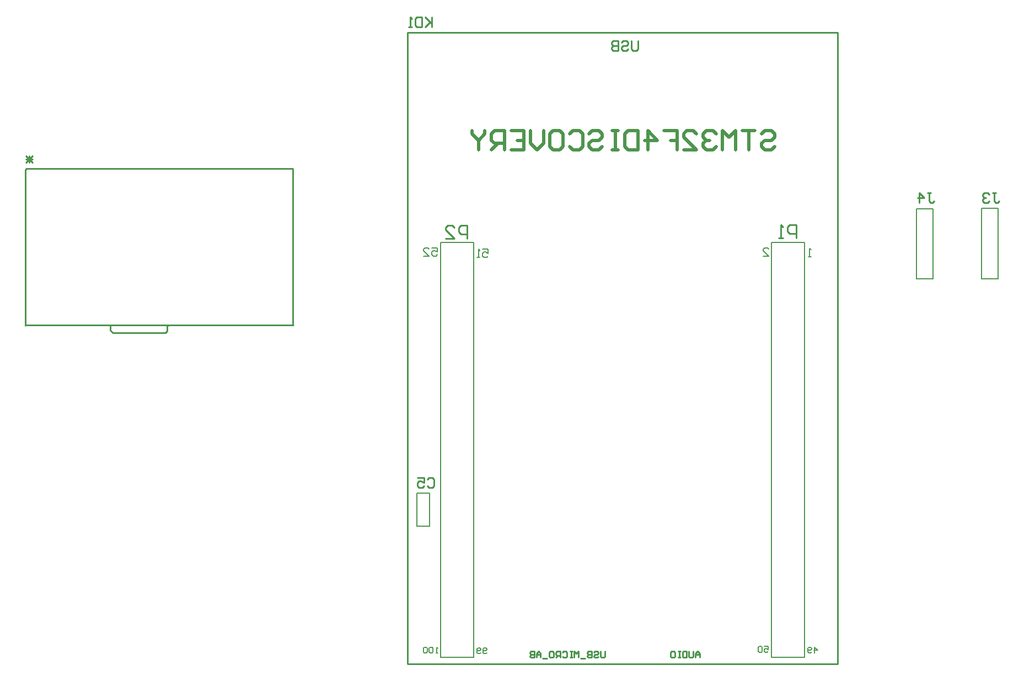
<source format=gbo>
G04*
G04 #@! TF.GenerationSoftware,Altium Limited,Altium Designer,19.1.5 (86)*
G04*
G04 Layer_Color=32896*
%FSLAX44Y44*%
%MOMM*%
G71*
G01*
G75*
%ADD11C,0.2540*%
%ADD12C,0.2000*%
%ADD44C,0.5000*%
%ADD45C,0.2032*%
%ADD46C,0.1800*%
D11*
X605990Y1261490D02*
X1265990D01*
X605990Y291490D02*
Y1261490D01*
X1265990Y291490D02*
Y1261490D01*
X605990Y291490D02*
X1265990D01*
X150000Y804000D02*
Y811000D01*
Y804000D02*
X154000Y800000D01*
X234000D02*
X237000Y803000D01*
Y810000D01*
X238000Y811000D01*
X154000Y800000D02*
X234000D01*
X19000Y1051000D02*
X21000Y1053000D01*
X19000Y811000D02*
Y1051000D01*
X20000Y812000D02*
X431000D01*
X430000Y813000D02*
Y1053000D01*
X21000D02*
X430000D01*
X1054690Y301290D02*
Y307955D01*
X1051358Y311287D01*
X1048026Y307955D01*
Y301290D01*
Y306288D01*
X1054690D01*
X1044693Y311287D02*
Y302956D01*
X1043027Y301290D01*
X1039695D01*
X1038029Y302956D01*
Y311287D01*
X1034696D02*
Y301290D01*
X1029698D01*
X1028032Y302956D01*
Y309621D01*
X1029698Y311287D01*
X1034696D01*
X1024700D02*
X1021367D01*
X1023034D01*
Y301290D01*
X1024700D01*
X1021367D01*
X1011371Y311287D02*
X1014703D01*
X1016369Y309621D01*
Y302956D01*
X1014703Y301290D01*
X1011371D01*
X1009705Y302956D01*
Y309621D01*
X1011371Y311287D01*
X908690D02*
Y302956D01*
X907024Y301290D01*
X903692D01*
X902026Y302956D01*
Y311287D01*
X892029Y309621D02*
X893695Y311287D01*
X897027D01*
X898693Y309621D01*
Y307955D01*
X897027Y306288D01*
X893695D01*
X892029Y304622D01*
Y302956D01*
X893695Y301290D01*
X897027D01*
X898693Y302956D01*
X888696Y311287D02*
Y301290D01*
X883698D01*
X882032Y302956D01*
Y304622D01*
X883698Y306288D01*
X888696D01*
X883698D01*
X882032Y307955D01*
Y309621D01*
X883698Y311287D01*
X888696D01*
X878700Y299624D02*
X872035D01*
X868703Y301290D02*
Y311287D01*
X865371Y307955D01*
X862038Y311287D01*
Y301290D01*
X858706Y311287D02*
X855374D01*
X857040D01*
Y301290D01*
X858706D01*
X855374D01*
X843711Y309621D02*
X845377Y311287D01*
X848709D01*
X850376Y309621D01*
Y302956D01*
X848709Y301290D01*
X845377D01*
X843711Y302956D01*
X840379Y301290D02*
Y311287D01*
X835380D01*
X833714Y309621D01*
Y306288D01*
X835380Y304622D01*
X840379D01*
X837046D02*
X833714Y301290D01*
X825384Y311287D02*
X828716D01*
X830382Y309621D01*
Y302956D01*
X828716Y301290D01*
X825384D01*
X823717Y302956D01*
Y309621D01*
X825384Y311287D01*
X820385Y299624D02*
X813721D01*
X810388Y301290D02*
Y307955D01*
X807056Y311287D01*
X803724Y307955D01*
Y301290D01*
Y306288D01*
X810388D01*
X800392Y311287D02*
Y301290D01*
X795393D01*
X793727Y302956D01*
Y304622D01*
X795393Y306288D01*
X800392D01*
X795393D01*
X793727Y307955D01*
Y309621D01*
X795393Y311287D01*
X800392D01*
X959690Y1249525D02*
Y1236829D01*
X957151Y1234290D01*
X952073D01*
X949533Y1236829D01*
Y1249525D01*
X934298Y1246986D02*
X936837Y1249525D01*
X941916D01*
X944455Y1246986D01*
Y1244447D01*
X941916Y1241908D01*
X936837D01*
X934298Y1239368D01*
Y1236829D01*
X936837Y1234290D01*
X941916D01*
X944455Y1236829D01*
X929220Y1249525D02*
Y1234290D01*
X921602D01*
X919063Y1236829D01*
Y1239368D01*
X921602Y1241908D01*
X929220D01*
X921602D01*
X919063Y1244447D01*
Y1246986D01*
X921602Y1249525D01*
X929220D01*
X697690Y945290D02*
Y965284D01*
X687693D01*
X684361Y961951D01*
Y955287D01*
X687693Y951954D01*
X697690D01*
X664367Y945290D02*
X677696D01*
X664367Y958619D01*
Y961951D01*
X667700Y965284D01*
X674364D01*
X677696Y961951D01*
X1202690Y946290D02*
Y966284D01*
X1192693D01*
X1189361Y962951D01*
Y956287D01*
X1192693Y952954D01*
X1202690D01*
X1182696Y946290D02*
X1176032D01*
X1179364D01*
Y966284D01*
X1182696Y962951D01*
X642874Y1285489D02*
Y1270254D01*
Y1275332D01*
X632717Y1285489D01*
X640335Y1277871D01*
X632717Y1270254D01*
X627639Y1285489D02*
Y1270254D01*
X620021D01*
X617482Y1272793D01*
Y1282950D01*
X620021Y1285489D01*
X627639D01*
X612404Y1270254D02*
X607326D01*
X609865D01*
Y1285489D01*
X612404Y1282950D01*
X1403977Y1015141D02*
X1409056D01*
X1406517D01*
Y1002445D01*
X1409056Y999906D01*
X1411595D01*
X1414134Y1002445D01*
X1391281Y999906D02*
Y1015141D01*
X1398899Y1007523D01*
X1388742D01*
X1504155Y1015141D02*
X1509234D01*
X1506694D01*
Y1002445D01*
X1509234Y999906D01*
X1511773D01*
X1514312Y1002445D01*
X1499077Y1012602D02*
X1496538Y1015141D01*
X1491460D01*
X1488920Y1012602D01*
Y1010063D01*
X1491460Y1007523D01*
X1493999D01*
X1491460D01*
X1488920Y1004984D01*
Y1002445D01*
X1491460Y999906D01*
X1496538D01*
X1499077Y1002445D01*
X636767Y575160D02*
X639306Y577699D01*
X644385D01*
X646924Y575160D01*
Y565003D01*
X644385Y562464D01*
X639306D01*
X636767Y565003D01*
X621532Y577699D02*
X631689D01*
Y570081D01*
X626611Y572621D01*
X624071D01*
X621532Y570081D01*
Y565003D01*
X624071Y562464D01*
X629150D01*
X631689Y565003D01*
X30544Y1072062D02*
X20387Y1061905D01*
X30544D02*
X20387Y1072062D01*
X30544Y1066983D02*
X20387D01*
X25466Y1061905D02*
Y1072062D01*
D12*
X707390Y301290D02*
Y939290D01*
X656590Y301290D02*
Y939290D01*
X707390D01*
X656590Y301290D02*
X707390D01*
X1164590D02*
X1215390D01*
X1164590Y939290D02*
X1215390D01*
X1164590Y301290D02*
Y939290D01*
X1215390Y301290D02*
Y939290D01*
X639900Y503100D02*
Y553800D01*
X620000D02*
X639900D01*
X620000Y503100D02*
Y553800D01*
Y503100D02*
X639900D01*
X1387300Y883200D02*
X1412700D01*
Y991200D01*
X1387300Y883200D02*
Y991200D01*
X1412700D01*
X1487300Y991400D02*
X1512700D01*
X1487300Y883400D02*
Y991400D01*
X1512700Y883400D02*
Y991400D01*
X1487300Y883400D02*
X1512700D01*
D44*
X1149697Y1106282D02*
X1154695Y1111280D01*
X1164692D01*
X1169690Y1106282D01*
Y1101283D01*
X1164692Y1096285D01*
X1154695D01*
X1149697Y1091287D01*
Y1086288D01*
X1154695Y1081290D01*
X1164692D01*
X1169690Y1086288D01*
X1139700Y1111280D02*
X1119706D01*
X1129703D01*
Y1081290D01*
X1109709D02*
Y1111280D01*
X1099713Y1101283D01*
X1089716Y1111280D01*
Y1081290D01*
X1079719Y1106282D02*
X1074721Y1111280D01*
X1064724D01*
X1059726Y1106282D01*
Y1101283D01*
X1064724Y1096285D01*
X1069722D01*
X1064724D01*
X1059726Y1091287D01*
Y1086288D01*
X1064724Y1081290D01*
X1074721D01*
X1079719Y1086288D01*
X1029735Y1081290D02*
X1049729D01*
X1029735Y1101283D01*
Y1106282D01*
X1034734Y1111280D01*
X1044730D01*
X1049729Y1106282D01*
X999745Y1111280D02*
X1019738D01*
Y1096285D01*
X1009742D01*
X1019738D01*
Y1081290D01*
X974753D02*
Y1111280D01*
X989748Y1096285D01*
X969755D01*
X959758Y1111280D02*
Y1081290D01*
X944763D01*
X939764Y1086288D01*
Y1106282D01*
X944763Y1111280D01*
X959758D01*
X929768D02*
X919771D01*
X924769D01*
Y1081290D01*
X929768D01*
X919771D01*
X884782Y1106282D02*
X889781Y1111280D01*
X899777D01*
X904776Y1106282D01*
Y1101283D01*
X899777Y1096285D01*
X889781D01*
X884782Y1091287D01*
Y1086288D01*
X889781Y1081290D01*
X899777D01*
X904776Y1086288D01*
X854792Y1106282D02*
X859790Y1111280D01*
X869787D01*
X874786Y1106282D01*
Y1086288D01*
X869787Y1081290D01*
X859790D01*
X854792Y1086288D01*
X829800Y1111280D02*
X839797D01*
X844795Y1106282D01*
Y1086288D01*
X839797Y1081290D01*
X829800D01*
X824802Y1086288D01*
Y1106282D01*
X829800Y1111280D01*
X814805D02*
Y1091287D01*
X804808Y1081290D01*
X794811Y1091287D01*
Y1111280D01*
X764821D02*
X784815D01*
Y1081290D01*
X764821D01*
X784815Y1096285D02*
X774818D01*
X754824Y1081290D02*
Y1111280D01*
X739829D01*
X734831Y1106282D01*
Y1096285D01*
X739829Y1091287D01*
X754824D01*
X744828D02*
X734831Y1081290D01*
X724834Y1111280D02*
Y1106282D01*
X714837Y1096285D01*
X704840Y1106282D01*
Y1111280D01*
X714837Y1096285D02*
Y1081290D01*
D45*
X643226Y930986D02*
X651690D01*
Y924638D01*
X647458Y926754D01*
X645342D01*
X643226Y924638D01*
Y920406D01*
X645342Y918290D01*
X649574D01*
X651690Y920406D01*
X630530Y918290D02*
X638994D01*
X630530Y926754D01*
Y928870D01*
X632646Y930986D01*
X636878D01*
X638994Y928870D01*
X721226Y928986D02*
X729690D01*
Y922638D01*
X725458Y924754D01*
X723342D01*
X721226Y922638D01*
Y918406D01*
X723342Y916290D01*
X727574D01*
X729690Y918406D01*
X716994Y916290D02*
X712762D01*
X714878D01*
Y928986D01*
X716994Y926870D01*
X1225690Y917290D02*
X1221458D01*
X1223574D01*
Y929986D01*
X1225690Y927870D01*
X1152226Y918290D02*
X1160690D01*
X1152226Y926754D01*
Y928870D01*
X1154342Y930986D01*
X1158574D01*
X1160690Y928870D01*
D46*
X652690Y308290D02*
X649691D01*
X651190D01*
Y317287D01*
X652690Y315788D01*
X645192D02*
X643693Y317287D01*
X640694D01*
X639194Y315788D01*
Y309790D01*
X640694Y308290D01*
X643693D01*
X645192Y309790D01*
Y315788D01*
X636195D02*
X634696Y317287D01*
X631697D01*
X630197Y315788D01*
Y309790D01*
X631697Y308290D01*
X634696D01*
X636195Y309790D01*
Y315788D01*
X727690Y308790D02*
X726190Y307290D01*
X723192D01*
X721692Y308790D01*
Y314788D01*
X723192Y316287D01*
X726190D01*
X727690Y314788D01*
Y313288D01*
X726190Y311789D01*
X721692D01*
X718693Y308790D02*
X717193Y307290D01*
X714194D01*
X712695Y308790D01*
Y314788D01*
X714194Y316287D01*
X717193D01*
X718693Y314788D01*
Y313288D01*
X717193Y311789D01*
X712695D01*
X1231191Y308290D02*
Y317287D01*
X1235690Y312789D01*
X1229692D01*
X1226693Y309790D02*
X1225193Y308290D01*
X1222194D01*
X1220695Y309790D01*
Y315788D01*
X1222194Y317287D01*
X1225193D01*
X1226693Y315788D01*
Y314288D01*
X1225193Y312789D01*
X1220695D01*
X1153692Y318287D02*
X1159690D01*
Y313789D01*
X1156691Y315288D01*
X1155191D01*
X1153692Y313789D01*
Y310790D01*
X1155191Y309290D01*
X1158191D01*
X1159690Y310790D01*
X1150693Y316788D02*
X1149193Y318287D01*
X1146194D01*
X1144695Y316788D01*
Y310790D01*
X1146194Y309290D01*
X1149193D01*
X1150693Y310790D01*
Y316788D01*
M02*

</source>
